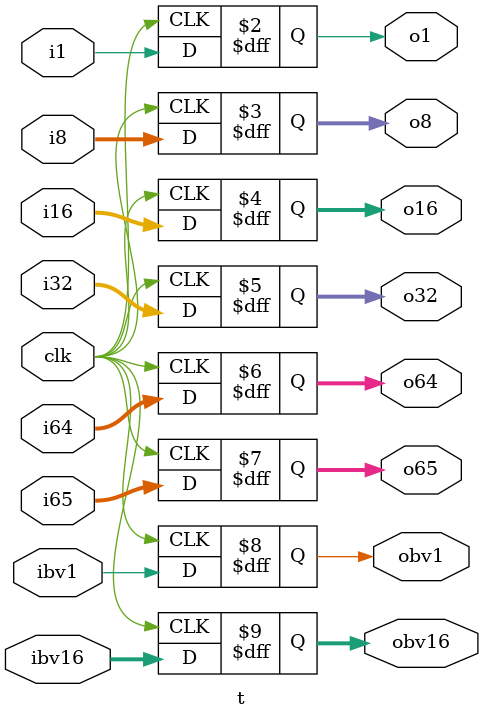
<source format=v>


module t (/*AUTOARG*/
   // Outputs
   o1, o8, o16, o32, o64, o65, obv1, obv16,
   // Inputs
   clk, i1, i8, i16, i32, i64, i65, ibv1, ibv16
   );

   input clk;

   input 	i1;
   input [7:0]	i8;
   input [15:0]	i16;
   input [31:0]	i32;
   input [63:0]	i64;
   input [64:0]	i65;

   output 	 o1;
   output [7:0]  o8;
   output [15:0] o16;
   output [31:0] o32;
   output [63:0] o64;
   output [64:0] o65;

   input [0:0] 	 ibv1 /*verilator sc_bv*/;
   input [15:0]  ibv16 /*verilator sc_bv*/;

   output [0:0]   obv1 /*verilator sc_bv*/;
   output [15:0]  obv16 /*verilator sc_bv*/;

   always @ (posedge clk) begin
      o1 <= i1;
      o8 <= i8;
      o16 <= i16;
      o32 <= i32;
      o64 <= i64;
      o65 <= i65;
      obv1 <= ibv1;
      obv16 <= ibv16;
   end

endmodule

</source>
